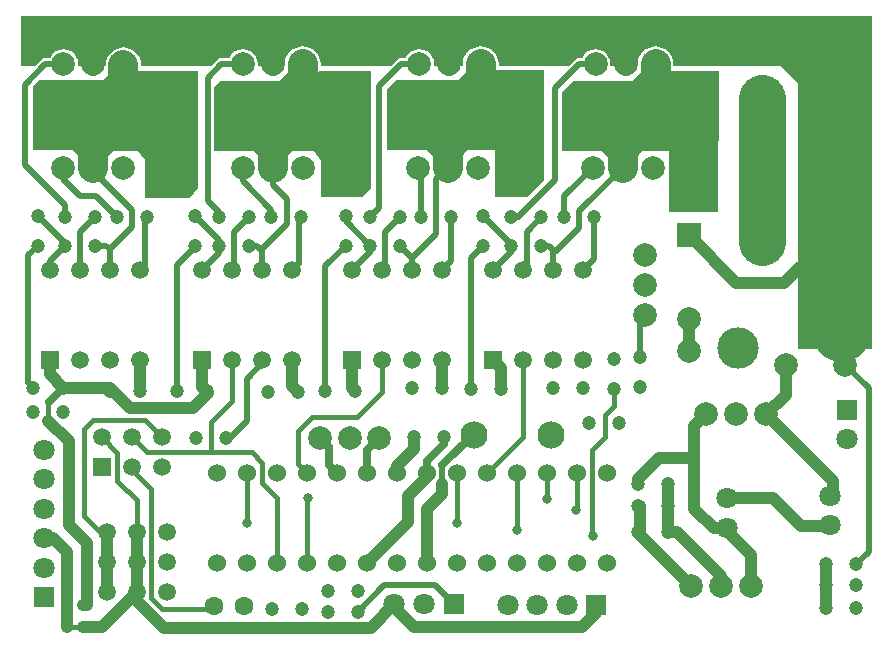
<source format=gtl>
%FSLAX24Y24*%
%MOIN*%
%SFA1B1*%

%IPPOS*%
%ADD10C,0.039400*%
%ADD11C,0.019700*%
%ADD12C,0.015700*%
%ADD13C,0.157500*%
%ADD14C,0.098400*%
%ADD15C,0.196900*%
%ADD16C,0.027600*%
%ADD17C,0.078700*%
%ADD18C,0.070900*%
%ADD19R,0.070900X0.070900*%
%ADD20C,0.047200*%
%ADD21C,0.063000*%
%ADD22C,0.078700*%
%ADD23C,0.090600*%
%ADD24R,0.070900X0.070900*%
%ADD25R,0.059100X0.059100*%
%ADD26C,0.059100*%
%ADD27R,0.078700X0.078700*%
%ADD28C,0.137800*%
%ADD29R,0.059100X0.059100*%
%ADD30R,0.078700X0.078700*%
%ADD31C,0.060000*%
%ADD32C,0.031500*%
%LN2x-h-bridge-1*%
%LPD*%
G36*
X29331Y17579D02*
X27677D01*
Y19587*
X26798Y19592*
X26621Y19376*
X25676*
X25453Y19606*
X24134*
Y21555*
X24508Y21929*
X27539*
Y22244*
X27684Y22250*
X29357*
X29331Y17579*
G37*
G36*
X34449Y12992D02*
X31988D01*
Y15925*
Y21850*
X31398Y22441*
X27838*
Y22500*
X27826Y22616*
X27792Y22727*
X27737Y22830*
X27664Y22920*
X27574Y22993*
X27471Y23048*
X27360Y23082*
X27244Y23093*
X27128Y23082*
X27017Y23048*
X26914Y22993*
X26824Y22920*
X26751Y22830*
X26696Y22727*
X26662Y22616*
X26651Y22500*
Y22441*
X25771*
X25738Y22479*
X25740Y22500*
X25724Y22628*
X25674Y22748*
X25595Y22851*
X25492Y22930*
X25373Y22979*
X25244Y22996*
X25116Y22979*
X24996Y22930*
X24893Y22851*
X24814Y22748*
X24795Y22701*
X24705*
X24628Y22685*
X24563Y22642*
X24362Y22441*
X22017*
Y22500*
X22006Y22616*
X21972Y22727*
X21917Y22830*
X21843Y22920*
X21753Y22993*
X21651Y23048*
X21539Y23082*
X21424Y23093*
X21308Y23082*
X21197Y23048*
X21094Y22993*
X21004Y22920*
X20930Y22830*
X20875Y22727*
X20842Y22616*
X20830Y22500*
Y22441*
X19891*
X19858Y22479*
X19861Y22500*
X19844Y22628*
X19794Y22748*
X19716Y22851*
X19613Y22930*
X19493Y22979*
X19365Y22996*
X19236Y22979*
X19116Y22930*
X19014Y22851*
X18935Y22748*
X18915Y22701*
X18760*
X18683Y22685*
X18618Y22642*
X18417Y22441*
X16078*
Y22500*
X16067Y22616*
X16033Y22727*
X15978Y22830*
X15905Y22920*
X15815Y22993*
X15712Y23048*
X15601Y23082*
X15485Y23093*
X15369Y23082*
X15258Y23048*
X15155Y22993*
X15065Y22920*
X14992Y22830*
X14937Y22727*
X14903Y22616*
X14892Y22500*
Y22441*
X14012*
X13979Y22479*
X13981Y22500*
X13965Y22628*
X13915Y22748*
X13836Y22851*
X13733Y22930*
X13614Y22979*
X13485Y22996*
X13357Y22979*
X13237Y22930*
X13134Y22851*
X13055Y22748*
X13036Y22701*
X12776*
X12699Y22685*
X12634Y22642*
X12433Y22441*
X10100*
Y22461*
X10089Y22576*
X10055Y22688*
X10000Y22790*
X9927Y22880*
X9837Y22954*
X9734Y23009*
X9623Y23043*
X9507Y23054*
X9391Y23043*
X9280Y23009*
X9177Y22954*
X9087Y22880*
X9014Y22790*
X8959Y22688*
X8925Y22576*
X8914Y22461*
Y22441*
X8034*
X8001Y22479*
X8003Y22500*
X7987Y22628*
X7937Y22748*
X7858Y22851*
X7755Y22930*
X7636Y22979*
X7507Y22996*
X7379Y22979*
X7259Y22930*
X7156Y22851*
X7077Y22748*
X7058Y22701*
X6909*
X6833Y22685*
X6768Y22642*
X6567Y22441*
X6102*
Y22539*
Y24114*
X34449*
Y12992*
G37*
G36*
X12008Y18366D02*
X11732Y18032D01*
X10217*
Y19311*
X9980Y19587*
X9154*
X8983Y19395*
X8038*
X7815Y19626*
X6496*
Y21752*
X6693Y21949*
X10000*
Y22264*
X12008*
Y18366*
G37*
G36*
X17756D02*
X17480Y18071D01*
X16102*
Y19252*
X15866Y19587*
X15138*
X14941Y19370*
X14081Y19376*
X13858Y19606*
X12539*
Y21732*
X12736Y21929*
X15945*
Y22244*
X16089Y22250*
X17763*
X17756Y18366*
G37*
G36*
X23543Y18602D02*
X22972Y18051D01*
X21909*
Y19626*
X20965*
X20794Y19415*
X19849*
X19626Y19646*
X18307*
Y21673*
X18602Y21969*
X21713*
Y22283*
X21857Y22289*
X23530*
X23543Y18602*
G37*
G54D10*
X8945Y6902D02*
Y6941D01*
Y5902D02*
Y6902D01*
Y4941D02*
Y5902D01*
X7638Y3740D02*
Y6220D01*
X7165Y6693D02*
X7638Y6220D01*
X8287Y4449D02*
Y6516D01*
X8169Y4449D02*
X8287D01*
X7677Y7126D02*
X8287Y6516D01*
X8169Y3740D02*
X8783D01*
X9945Y4902*
X32925Y5118D02*
Y5817D01*
Y4370D02*
Y5118D01*
X33081Y7087D02*
X33150Y7156D01*
X32087Y7087D02*
X33081D01*
X31152Y8022D02*
X32087Y7087D01*
X29528Y8022D02*
X31152D01*
X28543Y9350D02*
Y10425D01*
Y7677D02*
Y9350D01*
X27362D02*
X28543D01*
X26675Y8663D02*
X27362Y9350D01*
X26675Y8514D02*
Y8663D01*
X28543Y10425D02*
X28935Y10817D01*
X28543Y7677D02*
X29183Y7037D01*
X29528*
X27675Y7776D02*
Y8514D01*
Y6890D02*
Y7776D01*
X30423Y5102D02*
Y6142D01*
X29528Y7037D02*
X30423Y6142D01*
X26675Y6850D02*
X28423Y5102D01*
X26675Y6850D02*
Y6890D01*
X26715Y6929*
X29423Y5102D02*
X29528Y5207D01*
X19488Y4547D02*
X19528Y4508D01*
X33150Y8140D02*
Y8602D01*
X30935Y10817D02*
X33150Y8602D01*
X30935Y10817D02*
X31587Y11468D01*
Y12480*
X33422Y12630D02*
Y13563D01*
X33571Y13414*
X29423Y5102D02*
Y5419D01*
X27953Y6890D02*
X29423Y5419D01*
X27675Y6890D02*
X27953D01*
X25276Y4213D02*
Y4459D01*
X24803Y3740D02*
X25276Y4213D01*
X19193Y3740D02*
X24803D01*
X18543Y4390D02*
X19193Y3740D01*
X18543Y4390D02*
Y4508D01*
X17746Y3711D02*
X18543Y4508D01*
X10856Y3711D02*
X17746D01*
X9941Y4626D02*
X10856Y3711D01*
X9941Y4626D02*
X9945Y4630D01*
X26715Y6929D02*
Y7776D01*
X18630Y8858D02*
Y9083D01*
X19205Y9657*
Y10059*
X21151Y10138D02*
X21201D01*
X7052Y12159D02*
Y12644D01*
Y12159D02*
X7498Y11713D01*
X12143Y11724D02*
Y12644D01*
Y11724D02*
X12282Y11585D01*
X10052Y11619D02*
Y12644D01*
X10047Y11614D02*
X10052Y11619D01*
X15143Y11765D02*
Y12644D01*
Y11765D02*
X15333Y11575D01*
X17135Y11692D02*
Y12644D01*
Y11692D02*
X17232Y11594D01*
X20135Y11704D02*
Y12644D01*
Y11704D02*
X20136Y11703D01*
X21832Y12644D02*
X22104Y12371D01*
Y11673D02*
Y12371D01*
X11811Y11024D02*
X12327Y11539D01*
X9736Y11024D02*
X11811D01*
X9047Y11713D02*
X9736Y11024D01*
X28349Y16791D02*
X29943Y15197D01*
X31535*
X32677Y16339*
X9945Y4630D02*
Y4902D01*
Y5902*
Y6902*
Y6941*
X19630Y8724D02*
Y8858D01*
Y5858D02*
Y7681D01*
X20122Y8173*
Y8509*
X17630Y5858D02*
X18996Y7224D01*
Y8091*
X19630Y8724*
X28349Y12942D02*
Y13996D01*
X7008Y10610D02*
X7677Y9941D01*
Y7126D02*
Y9941D01*
X7498Y11713D02*
X9047D01*
G54D11*
X13622Y10591D02*
Y12008D01*
X13051Y10020D02*
X13622Y10591D01*
X12931Y10020D02*
X13051D01*
X13622Y12008D02*
X14143Y12528D01*
X24685Y17028D02*
Y17588D01*
X23900Y16243D02*
X24685Y17028D01*
X23700Y16444D02*
X23900Y16243D01*
X12693Y17394D02*
Y17563D01*
X12323Y17933D02*
X12693Y17563D01*
X12323Y17933D02*
Y22047D01*
X8507Y18934D02*
X9803Y17638D01*
Y17068D02*
Y17638D01*
X9052Y16317D02*
X9803Y17068D01*
X11878Y16398D02*
X11988D01*
X33925Y5817D02*
X34350Y6242D01*
Y11701*
X33571Y12480D02*
X34350Y11701D01*
X17331Y4242D02*
X18207Y5118D01*
X19902*
X20512Y4508*
X20130Y8516D02*
Y9117D01*
X26740Y12724D02*
Y14007D01*
X14143Y12528D02*
Y12644D01*
X6339Y16130D02*
X6652Y16444D01*
X6339Y11872D02*
Y16130D01*
X11281Y11585D02*
Y15801D01*
X11878Y16398*
X16232Y11594D02*
Y15765D01*
X16911Y16444*
X21104Y11673D02*
Y16039D01*
X21509Y16444*
X7052Y15944D02*
X7552Y16444D01*
X6652Y17444D02*
X7552Y16544D01*
X8052Y15644D02*
Y16894D01*
X8552Y17394*
X7552D02*
Y17802D01*
X8585Y18110D02*
X9302Y17394D01*
X8071Y18110D02*
X8585D01*
X7507Y18674D02*
X8071Y18110D01*
X12143Y15644D02*
X12693Y16194D01*
Y16444*
X11909Y17429D02*
X12693Y16646D01*
X13189Y16890D02*
X13693Y17394D01*
X13189Y15690D02*
Y16890D01*
X9052Y15944D02*
Y16317D01*
X8552Y16444D02*
X8925D01*
X9052Y16317*
X10236Y15828D02*
Y17328D01*
X13485Y18602D02*
X14443Y17644D01*
X13485Y18602D02*
Y19047D01*
X13693Y16444D02*
X13959D01*
X14143Y16260*
Y15644D02*
Y16260D01*
X15354Y15856D02*
Y17306D01*
X14143Y16347D02*
X14961Y17165D01*
X14485Y18468D02*
Y19047D01*
Y18468D02*
X14961Y17992D01*
Y17165D02*
Y17992D01*
X17135Y15644D02*
X17735Y16244D01*
X16911Y17268D02*
X17735Y16444D01*
X18228Y15737D02*
Y16887D01*
X18735Y17394*
X19135Y15644D02*
Y16044D01*
X18735Y16444D02*
X19135Y16044D01*
X19435Y17394D02*
Y18927D01*
X19921Y18654D02*
X20315Y19047D01*
X19921Y16830D02*
Y18654D01*
X19135Y16044D02*
X19921Y16830D01*
X20435Y15944D02*
Y17394D01*
X20135Y15644D02*
X20435Y15944D01*
X21832Y15644D02*
X22431Y16244D01*
X21509Y17444D02*
X22470Y16482D01*
X22953Y15765D02*
Y16915D01*
X23431Y17394*
X24181Y18084D02*
X25144Y19047D01*
X24181Y17394D02*
Y18084D01*
X24685Y17588D02*
X26144Y19047D01*
X23431Y16444D02*
X23700D01*
X23832Y15644D02*
Y16312D01*
X25182Y15994D02*
Y17394D01*
X24832Y15644D02*
X25182Y15994D01*
X17735Y17394D02*
X18032Y17691D01*
Y21772*
X18760Y22500*
X19365*
X22669Y17394D02*
X23898Y18622D01*
Y21693*
X24705Y22500*
X25244*
X6220Y19134D02*
X7552Y17802D01*
X6220Y19134D02*
Y21811D01*
X6909Y22500*
X7507*
X12323Y22047D02*
X12776Y22500D01*
X13485*
X28349Y12942D02*
X28353Y12938D01*
G54D12*
X18135Y11580D02*
Y12644D01*
X17303Y10748D02*
X18135Y11580D01*
X15787Y10748D02*
X17303D01*
X7638Y3740D02*
X8169D01*
X6850Y6693D02*
X7165D01*
X8209Y10335D02*
X8504Y10630D01*
X8209Y7421D02*
Y10335D01*
Y7421D02*
X8689Y6941D01*
X19153Y10007D02*
X19205Y10059D01*
X8780Y10075D02*
X9307Y9547D01*
Y8602D02*
Y9547D01*
Y8602D02*
X9945Y7965D01*
X10787Y4331D02*
X12441D01*
X12539Y4429*
X13143Y12644D02*
X13144D01*
X20122Y8509D02*
X20130Y8516D01*
X15630Y5858D02*
Y7933D01*
X23630Y8000D02*
Y8858D01*
X23622Y7992D02*
X23630Y8000D01*
X24630Y7661D02*
Y8858D01*
X24606Y7638D02*
X24630Y7661D01*
X21630Y8858D02*
X22831Y10060D01*
Y12644*
X26740Y14007D02*
X26883Y14150D01*
X9945Y6941D02*
Y7965D01*
X10224Y10630D02*
X10780Y10075D01*
X8504Y10630D02*
X10224D01*
X8689Y6941D02*
X8945D01*
X13143Y11253D02*
Y12644D01*
X12441Y10551D02*
X13143Y11253D01*
X12677Y9567D02*
X13780D01*
X14630Y5858D02*
Y8047D01*
X14134Y8543D02*
X14630Y8047D01*
X14134Y8543D02*
Y9213D01*
X13780Y9567D02*
X14134Y9213D01*
X9780Y10075D02*
X10287Y9567D01*
X12677*
X12441D02*
Y10551D01*
Y9567D02*
X12677D01*
X15315Y9173D02*
X15630Y8858D01*
X15315Y9173D02*
Y10276D01*
X15787Y10748*
X25871Y11107D02*
Y11675D01*
X25551Y10787D02*
X25871Y11107D01*
X25079Y6850D02*
X25157Y6772D01*
X25118Y6850D02*
Y9646D01*
X25551Y10079*
Y10787*
X6339Y11872D02*
X6498Y11713D01*
X7052Y15644D02*
Y15944D01*
X7552Y16444D02*
Y16544D01*
X7507Y18674D02*
Y19047D01*
X12693Y16444D02*
Y16646D01*
X13143Y15644D02*
X13189Y15690D01*
X9052Y15644D02*
Y16317D01*
X8507Y18934D02*
Y19047D01*
X10052Y15644D02*
X10236Y15828D01*
Y17328D02*
X10302Y17394D01*
X14443D02*
Y17644D01*
X14143Y15644D02*
Y16347D01*
X15143Y15644D02*
X15354Y15856D01*
Y17306D02*
X15443Y17394D01*
X17735Y16244D02*
Y16444D01*
X16911Y17268D02*
Y17444D01*
X18135Y15644D02*
X18228Y15737D01*
X19315Y19047D02*
X19435Y18927D01*
X22431Y16244D02*
Y16444D01*
Y16506*
X22831Y15644D02*
X22953Y15765D01*
X22431Y17394D02*
X22669D01*
X8497Y21097D02*
X8507Y21087D01*
X14425Y21096D02*
X14485Y21036D01*
X20305Y21097D02*
X20315Y21087D01*
X26144Y20910D02*
X26331Y21097D01*
X32776Y21575D02*
X32835Y21634D01*
X14485Y23658D02*
X14528Y23701D01*
X20365Y23672D02*
X20394Y23701D01*
X26220D02*
X26244Y23677D01*
X22618Y6969D02*
Y7205D01*
X22610Y7020D02*
Y8681D01*
X20610Y7205D02*
Y8780D01*
X13630Y7213D02*
Y8858D01*
X13622Y7205D02*
X13630Y7213D01*
X10433Y4685D02*
X10787Y4331D01*
X9780Y8980D02*
Y9075D01*
Y8980D02*
X10433Y8327D01*
Y4685D02*
Y8327D01*
X7008Y11240D02*
X7026D01*
X7008Y10610D02*
Y11240D01*
G54D13*
X30807Y16575D02*
Y21378D01*
X32776Y21575D02*
X33422Y20929D01*
G54D14*
X9507Y21948D02*
Y22461D01*
X8606Y21007D02*
X9606Y22007D01*
X21424Y22093D02*
Y22500D01*
X15485Y22001D02*
Y22500D01*
X14580Y21096D02*
X15485Y22001D01*
X14425Y21096D02*
X14580D01*
X21398Y22067D02*
X21424Y22093D01*
X21398Y21973D02*
Y22067D01*
X20443Y21018D02*
X21398Y21973D01*
X8507Y19047D02*
Y20948D01*
X14485Y19047D02*
Y21036D01*
X20315Y19047D02*
Y21087D01*
X26144Y19047D02*
Y20910D01*
X26331Y21097D02*
X27244Y22010D01*
Y22500*
G54D15*
X33422Y13563D02*
Y20929D01*
G54D16*
X19630Y8858D02*
Y9256D01*
X20205Y9831*
Y10059*
X20130Y9117D02*
X21151Y10138D01*
X16063Y10039D02*
X16358Y9744D01*
X17630Y9638D02*
X18032Y10039D01*
X17630Y8858D02*
Y9638D01*
X16358Y9130D02*
Y9744D01*
Y9130D02*
X16630Y8858D01*
X7026Y11240D02*
X7498Y11713D01*
G54D17*
X8507Y22500D02*
Y23113D01*
X9094Y23701*
X31339D02*
X32835Y22205D01*
Y21634D02*
Y22205D01*
X14485Y22500D02*
Y23658D01*
X9094Y23701D02*
X14528D01*
X20365Y22500D02*
Y23672D01*
X14528Y23701D02*
X20394D01*
X26244Y22500D02*
Y23677D01*
X20394Y23701D02*
X26220D01*
X31339*
G54D18*
X24291Y4459D03*
X23307D03*
X22323D03*
X19528Y4508D03*
X18543D03*
X29626Y7037D03*
Y8022D03*
X6850Y9646D03*
Y5709D03*
Y6693D03*
Y7677D03*
Y8661D03*
X33622Y9990D03*
X33051Y7116D03*
Y8100D03*
G54D19*
X25276Y4459D03*
X20512Y4508D03*
G54D20*
X12931Y10020D03*
X11931D03*
X14461Y4321D03*
X15461D03*
X20205Y10059D03*
X19205D03*
X6508Y10906D03*
X7508D03*
X26675Y7776D03*
X27675D03*
X26675Y8514D03*
X27675D03*
X26740Y12724D03*
Y11724D03*
X25871Y12675D03*
Y11675D03*
X8552Y16444D03*
X7552D03*
X13693D03*
X12693D03*
X18735D03*
X17735D03*
X23431D03*
X22431D03*
X9047Y11614D03*
X10047D03*
X19136Y11703D03*
X20136D03*
X23831Y11713D03*
X24831D03*
X6652Y17444D03*
Y16444D03*
X16911D03*
Y17444D03*
X21509D03*
Y16444D03*
X7552Y17394D03*
X8552D03*
X12693D03*
X13693D03*
X17735D03*
X18735D03*
X22431D03*
X23431D03*
X9302D03*
X10302D03*
X14443D03*
X15443D03*
X19435D03*
X20435D03*
X24181D03*
X25182D03*
X6498Y11713D03*
X7498D03*
X11281Y11585D03*
X12282D03*
X16232Y11594D03*
X17232D03*
X21104Y11673D03*
X22104D03*
X26675Y6890D03*
X27675D03*
X33925Y4370D03*
X32925D03*
X17331Y4242D03*
X16331D03*
X32925Y5817D03*
X33925D03*
X17331Y4931D03*
X16331D03*
X33925Y5118D03*
X32925D03*
X11909Y16429D03*
Y17429D03*
X25031Y10532D03*
X26031D03*
X14333Y11575D03*
X15333D03*
G54D21*
X12539Y4429D03*
X13539D03*
G54D22*
X18032Y10039D03*
X17047D03*
X16063D03*
X28423Y5102D03*
X29423D03*
X30423D03*
X28353Y12938D03*
X33643Y18920D03*
X26883Y16140D03*
Y15140D03*
Y14140D03*
X28349Y13996D03*
X31587Y12480D03*
X33571D03*
X7507Y22500D03*
X8507D03*
X9507D03*
X13485D03*
X14485D03*
X15485D03*
X19365D03*
X20365D03*
X21365D03*
X25244D03*
X26244D03*
X27244D03*
X7507Y19047D03*
X8507D03*
X9507D03*
X13485D03*
X14485D03*
X15485D03*
X25144D03*
X26144D03*
X27144D03*
X28935Y10817D03*
X29935D03*
X30935D03*
X19315Y19047D03*
X20315D03*
X21315D03*
X32776Y21575D03*
X32677Y16339D03*
G54D23*
X21201Y10138D03*
X23760D03*
G54D24*
X6850Y4724D03*
X33622Y10974D03*
G54D25*
X8780Y9075D03*
G54D26*
X8780Y10075D03*
X9780Y9075D03*
Y10075D03*
X10780Y9075D03*
Y10075D03*
X10052Y15644D03*
X9052D03*
X8052D03*
X7052D03*
X10052Y12644D03*
X9052D03*
X8052D03*
X15143Y15644D03*
X14143D03*
X13143D03*
X12143D03*
X15143Y12644D03*
X14143D03*
X13143D03*
X20135Y15644D03*
X19135D03*
X18135D03*
X17135D03*
X20135Y12644D03*
X19135D03*
X18135D03*
X24832Y15644D03*
X23832D03*
X22831D03*
X21832D03*
X24832Y12644D03*
X23832D03*
X22831D03*
X8945Y4902D03*
Y5902D03*
Y6902D03*
X9945Y4902D03*
Y5902D03*
Y6902D03*
X10945D03*
Y5902D03*
Y4902D03*
G54D27*
X28349Y16791D03*
G54D28*
X33422Y13563D03*
X14425Y21096D03*
X20305Y21097D03*
X26331D03*
X30000Y13041D03*
X8497Y21097D03*
G54D29*
X7052Y12644D03*
X12143D03*
X17135D03*
X21832D03*
G54D30*
X30807Y21575D03*
X30709Y16339D03*
G54D31*
X25630Y8858D03*
X24630D03*
X25630Y5858D03*
X24630D03*
X23630Y8858D03*
X22630D03*
X21630D03*
X20630D03*
X19630D03*
X18630D03*
X17630D03*
X16630D03*
X15630D03*
X14630D03*
X13630D03*
X12630D03*
X23630Y5858D03*
X22630D03*
X21630D03*
X17630D03*
X18630D03*
X19630D03*
X20630D03*
X12630D03*
X13630D03*
X14630D03*
X15630D03*
X16630D03*
G54D32*
X15669Y8031D03*
X24606Y7638D03*
X23622Y7992D03*
X25157Y6772D03*
X13622Y7205D03*
X22618Y6969D03*
X20610Y7205D03*
M02*
</source>
